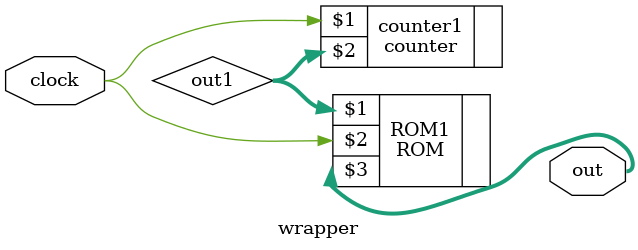
<source format=v>
module wrapper(clock,out);
	input clock;
	output [7:0] out;
	
	wire [4:0] out1;
	
	counter counter1(clock,out1);
	ROM ROM1(out1,clock,out);
	
	endmodule
	
</source>
